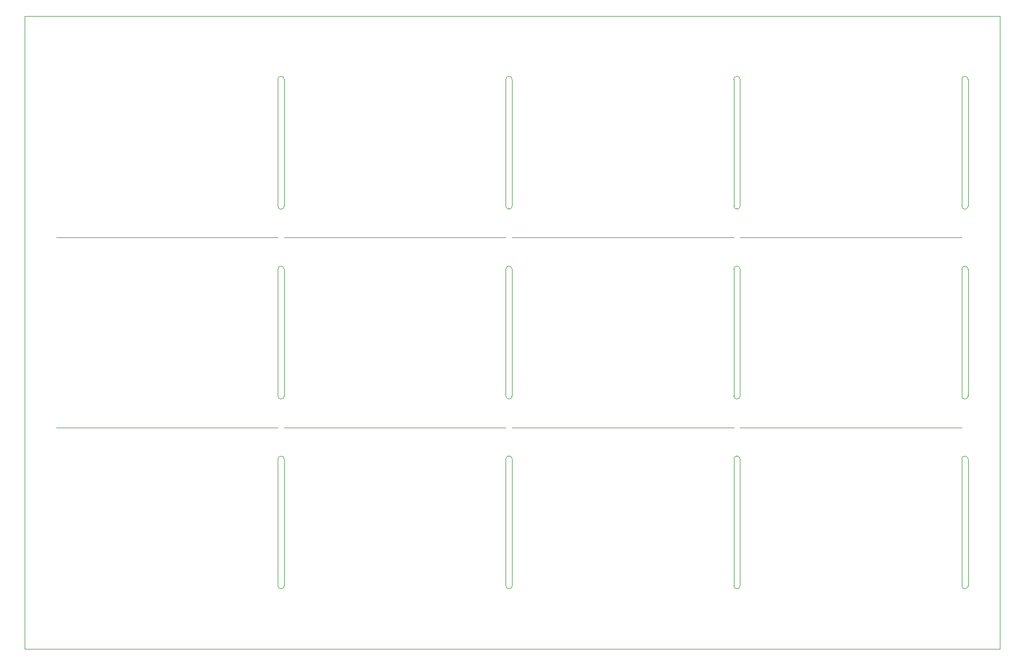
<source format=gbr>
G04 #@! TF.GenerationSoftware,KiCad,Pcbnew,5.1.5-52549c5~84~ubuntu19.04.1*
G04 #@! TF.CreationDate,2020-02-24T15:22:40-06:00*
G04 #@! TF.ProjectId,LeashPCB,4c656173-6850-4434-922e-6b696361645f,rev?*
G04 #@! TF.SameCoordinates,Original*
G04 #@! TF.FileFunction,Profile,NP*
%FSLAX46Y46*%
G04 Gerber Fmt 4.6, Leading zero omitted, Abs format (unit mm)*
G04 Created by KiCad (PCBNEW 5.1.5-52549c5~84~ubuntu19.04.1) date 2020-02-24 15:22:40*
%MOMM*%
%LPD*%
G04 APERTURE LIST*
%ADD10C,0.050000*%
G04 APERTURE END LIST*
D10*
X165880000Y-81100000D02*
X130880000Y-81100000D01*
X201880000Y-81100000D02*
X166880000Y-81100000D01*
X237880000Y-81100000D02*
X202880000Y-81100000D01*
X273880000Y-81100000D02*
X238880000Y-81100000D01*
X238880000Y-111100000D02*
X273880000Y-111100000D01*
X202880000Y-111100000D02*
X237880000Y-111100000D01*
X166880000Y-111100000D02*
X201880000Y-111100000D01*
X165880000Y-111100000D02*
X130880000Y-111100000D01*
X125880000Y-146100000D02*
X125880000Y-46100000D01*
X279880000Y-146100000D02*
X125880000Y-146100000D01*
X279880000Y-46100000D02*
X279880000Y-146100000D01*
X125880000Y-46100000D02*
X279880000Y-46100000D01*
X238880000Y-76100000D02*
X238880000Y-56100000D01*
X273880000Y-86100000D02*
G75*
G02X274880000Y-86100000I500000J0D01*
G01*
X273880000Y-56100000D02*
G75*
G02X274880000Y-56100000I500000J0D01*
G01*
X274880000Y-136100000D02*
X274880000Y-116100000D01*
X274880000Y-76100000D02*
X274880000Y-56100000D01*
X273880000Y-86100000D02*
X273880000Y-106100000D01*
X273880000Y-116100000D02*
X273880000Y-136100000D01*
X237880000Y-86100000D02*
G75*
G02X238880000Y-86100000I500000J0D01*
G01*
X274880000Y-136100000D02*
G75*
G02X273880000Y-136100000I-500000J0D01*
G01*
X274880000Y-106100000D02*
G75*
G02X273880000Y-106100000I-500000J0D01*
G01*
X237880000Y-56100000D02*
G75*
G02X238880000Y-56100000I500000J0D01*
G01*
X238880000Y-136100000D02*
X238880000Y-116100000D01*
X238880000Y-106100000D02*
G75*
G02X237880000Y-106100000I-500000J0D01*
G01*
X238880000Y-136100000D02*
G75*
G02X237880000Y-136100000I-500000J0D01*
G01*
X237880000Y-116100000D02*
G75*
G02X238880000Y-116100000I500000J0D01*
G01*
X274880000Y-106100000D02*
X274880000Y-86100000D01*
X237880000Y-116100000D02*
X237880000Y-136100000D01*
X274880000Y-76100000D02*
G75*
G02X273880000Y-76100000I-500000J0D01*
G01*
X273880000Y-56100000D02*
X273880000Y-76100000D01*
X237880000Y-86100000D02*
X237880000Y-106100000D01*
X237880000Y-56100000D02*
X237880000Y-76100000D01*
X238880000Y-106100000D02*
X238880000Y-86100000D01*
X273880000Y-116100000D02*
G75*
G02X274880000Y-116100000I500000J0D01*
G01*
X238880000Y-76100000D02*
G75*
G02X237880000Y-76100000I-500000J0D01*
G01*
X202880000Y-76100000D02*
X202880000Y-56100000D01*
X201880000Y-86100000D02*
G75*
G02X202880000Y-86100000I500000J0D01*
G01*
X201880000Y-56100000D02*
G75*
G02X202880000Y-56100000I500000J0D01*
G01*
X202880000Y-136100000D02*
X202880000Y-116100000D01*
X202880000Y-106100000D02*
G75*
G02X201880000Y-106100000I-500000J0D01*
G01*
X202880000Y-136100000D02*
G75*
G02X201880000Y-136100000I-500000J0D01*
G01*
X201880000Y-116100000D02*
G75*
G02X202880000Y-116100000I500000J0D01*
G01*
X201880000Y-116100000D02*
X201880000Y-136100000D01*
X201880000Y-86100000D02*
X201880000Y-106100000D01*
X201880000Y-56100000D02*
X201880000Y-76100000D01*
X202880000Y-106100000D02*
X202880000Y-86100000D01*
X202880000Y-76100000D02*
G75*
G02X201880000Y-76100000I-500000J0D01*
G01*
X165880000Y-116100000D02*
G75*
G02X166880000Y-116100000I500000J0D01*
G01*
X166880000Y-136100000D02*
G75*
G02X165880000Y-136100000I-500000J0D01*
G01*
X165880000Y-116100000D02*
X165880000Y-136100000D01*
X166880000Y-136100000D02*
X166880000Y-116100000D01*
X166880000Y-106100000D02*
X166880000Y-86100000D01*
X165880000Y-86100000D02*
G75*
G02X166880000Y-86100000I500000J0D01*
G01*
X165880000Y-86100000D02*
X165880000Y-106100000D01*
X166880000Y-106100000D02*
G75*
G02X165880000Y-106100000I-500000J0D01*
G01*
X166880000Y-76100000D02*
G75*
G02X165880000Y-76100000I-500000J0D01*
G01*
X165880000Y-56100000D02*
G75*
G02X166880000Y-56100000I500000J0D01*
G01*
X166880000Y-76100000D02*
X166880000Y-56100000D01*
X165880000Y-56100000D02*
X165880000Y-76100000D01*
M02*

</source>
